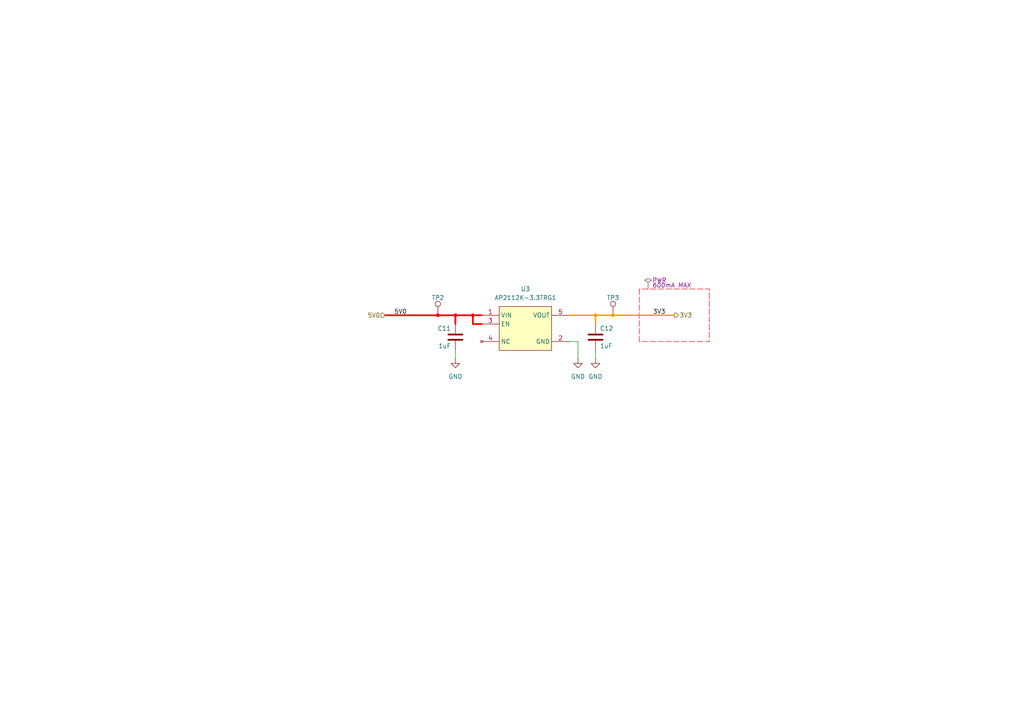
<source format=kicad_sch>
(kicad_sch (version 20250114) (generator "eeschema") (generator_version "9.0")
  (paper "A4")
  (lib_symbols
    (symbol "Connector:TestPoint" (pin_numbers (hide yes)) (pin_names (offset 0.762) (hide yes))
      (property "Reference" "TP" (at 0 6.858 0))
      (property "Value" "TestPoint" (at 0 5.08 0))
      (symbol "TestPoint_0_1"
        (circle (center 0 3.302) (radius 0.762))
      )
      (symbol "TestPoint_1_1"
        (pin passive line (at 0 0 90) (length 2.54) (name "1") (number "1"))
      )
    )
    (symbol "Device:C" (pin_numbers (hide yes)) (pin_names (offset 0.254))
      (property "Reference" "C" (at 0.635 2.54 0))
      (property "Value" "C" (at 0.635 -2.54 0))
      (symbol "C_0_1"
        (polyline (pts (xy -2.032 0.762) (xy 2.032 0.762)) (stroke (width 0.508)))
        (polyline (pts (xy -2.032 -0.762) (xy 2.032 -0.762)) (stroke (width 0.508)))
      )
      (symbol "C_1_1"
        (pin passive line (at 0 3.81 270) (length 2.794) (name "~") (number "1"))
        (pin passive line (at 0 -3.81 90) (length 2.794) (name "~") (number "2"))
      )
    )
    (symbol "library:AP2112K-3.3TRG1"
      (property "Reference" "U" (at 0 10.16 0))
      (property "Value" "AP2112K-3.3TRG1" (at 0 7.62 0))
      (symbol "AP2112K-3.3TRG1_1_1"
        (rectangle (start -7.62 5.08) (end 7.62 -7.62) (fill (type color) (color 255 255 194 1)))
        (pin power_in line (at -12.7 2.54 0) (length 5.08) (name "VIN") (number "1"))
        (pin input line (at -12.7 0 0) (length 5.08) (name "EN") (number "3"))
        (pin no_connect line (at -12.7 -5.08 0) (length 5.08) (name "NC") (number "4"))
        (pin power_out line (at 12.7 2.54 180) (length 5.08) (name "VOUT") (number "5"))
        (pin power_in line (at 12.7 -5.08 180) (length 5.08) (name "GND") (number "2"))
      )
    )
    (symbol "power:GND" (power) (pin_numbers (hide yes)) (pin_names (offset 0) (hide yes))
      (property "Value" "GND" (at 0 -3.81 0))
      (symbol "GND_0_1"
        (polyline (pts (xy 0 0) (xy 0 -1.27) (xy 1.27 -1.27) (xy 0 -2.54) (xy -1.27 -1.27) (xy 0 -1.27)))
      )
      (symbol "GND_1_1"
        (pin power_in line (at 0 0 270) (length 0) (name "~") (number "1"))
      )
    )
  )
  (junction (at 172.72 91.44) (color 255 153 0 1))
  (junction (at 177.8 91.44) (color 255 153 0 1))
  (junction (at 127 91.44) (color 255 0 0 1))
  (junction (at 137.16 91.44) (color 255 0 0 1))
  (junction (at 132.08 91.44) (color 255 0 0 1))
  (wire (pts (xy 172.72 91.44) (xy 177.8 91.44)) (stroke (width 0.381) (color 255 153 0 1)))
  (wire (pts (xy 172.72 101.6) (xy 172.72 104.14)))
  (wire (pts (xy 137.16 91.44) (xy 132.08 91.44)) (stroke (width 0.508) (color 255 0 0 1)))
  (wire (pts (xy 137.16 93.98) (xy 137.16 91.44)) (stroke (width 0.508) (color 255 0 0 1)))
  (wire (pts (xy 165.1 99.06) (xy 167.64 99.06)))
  (wire (pts (xy 111.76 91.44) (xy 127 91.44)) (stroke (width 0.508) (color 255 0 0 1)))
  (wire (pts (xy 127 91.44) (xy 132.08 91.44)) (stroke (width 0.508) (color 255 0 0 1)))
  (wire (pts (xy 139.7 93.98) (xy 137.16 93.98)) (stroke (width 0.508) (color 255 0 0 1)))
  (wire (pts (xy 132.08 91.44) (xy 132.08 93.98)) (stroke (width 0.508) (color 255 0 0 1)))
  (wire (pts (xy 167.64 99.06) (xy 167.64 104.14)))
  (wire (pts (xy 177.8 91.44) (xy 195.58 91.44)) (stroke (width 0.381) (color 255 153 0 1)))
  (wire (pts (xy 172.72 91.44) (xy 172.72 93.98)) (stroke (width 0.381) (color 255 153 0 1)))
  (wire (pts (xy 132.08 101.6) (xy 132.08 104.14)))
  (wire (pts (xy 165.1 91.44) (xy 172.72 91.44)) (stroke (width 0.381) (color 255 153 0 1)))
  (wire (pts (xy 137.16 91.44) (xy 139.7 91.44)) (stroke (width 0.508) (color 255 0 0 1)))
  (label "3V3" (at 193.04 91.44 180))
  (label "5V0" (at 114.3 91.44 0))
  (hierarchical_label "5V0" (shape input) (at 111.76 91.44 180))
  (hierarchical_label "3V3" (shape output) (at 195.58 91.44 0))
  (rule_area (polyline (pts (xy 185.42 83.82) (xy 185.42 99.06) (xy 205.74 99.06) (xy 205.74 83.82)) (stroke (width 0) (type dash))))
  (netclass_flag "" (length 2.54) (shape diamond) (at 187.96 83.82 0) (property "Netclass" "PWR" (at 189.1665 81.28 0) (effects (justify left))) (property "Component Class" "600mA MAX" (at 189.1665 82.7405 0) (effects (font (italic yes)) (justify left))))
  (symbol (lib_id "library:AP2112K-3.3TRG1") (at 152.4 93.98 0) (unit 1)
    (property "Reference" "U3" (at 152.4 83.82 0))
    (property "Value" "AP2112K-3.3TRG1" (at 152.4 86.36 0))
    (property "Footprint" "Package_TO_SOT_SMD:SOT-23-5" (effects (hide yes)))
    (property "Datasheet" "https://www.diodes.com/assets/Datasheets/AP2112.pdf" (effects (hide yes)))
    (property "Description" "IC REG LINEAR 3.3V 600MA SOT-25" (effects (hide yes)))
    (property "Manufacturer" "Diodes Incorporated" (effects (hide yes)))
    (property "Manufacturer Product Number" "AP2112K-3.3TRG1" (effects (hide yes)))
  )
  (symbol (lib_id "power:GND") (at 167.64 104.14 0) (unit 1)
    (property "Reference" "#PWR019" (effects (hide yes)))
    (property "Value" "GND" (at 167.64 109.22 0))
    (property "Description" "Power symbol creates a global label with name \"GND\" , ground" (effects (hide yes)))
  )
  (symbol (lib_id "Connector:TestPoint") (at 177.8 91.44 0) (mirror y) (unit 1) (in_bom no)
    (property "Reference" "TP3" (at 177.8 86.36 0))
    (property "Value" "TestPoint" (effects (hide yes)))
    (property "Footprint" "TestPoint:TestPoint_Pad_D2.0mm" (effects (hide yes)))
    (property "Description" "test point" (effects (hide yes)))
  )
  (symbol (lib_id "Device:C") (at 172.72 97.79 0) (unit 1)
    (property "Reference" "C12" (at 173.99 95.25 0) (effects (justify left)))
    (property "Value" "1uF" (at 173.99 100.33 0) (effects (justify left)))
    (property "Footprint" "Capacitor_SMD:C_0402_1005Metric" (effects (hide yes)))
    (property "Description" "CAP CER 1UF 6.3V X5R 0402" (effects (hide yes)))
    (property "Manufacturer" "KEMET" (effects (hide yes)))
    (property "Manufacturer Product Number" "C0402C105K9PACTU" (effects (hide yes)))
  )
  (symbol (lib_id "Connector:TestPoint") (at 127 91.44 0) (unit 1) (in_bom no)
    (property "Reference" "TP2" (at 127 86.36 0))
    (property "Value" "TestPoint" (effects (hide yes)))
    (property "Footprint" "TestPoint:TestPoint_Pad_D2.0mm" (effects (hide yes)))
    (property "Description" "test point" (effects (hide yes)))
  )
  (symbol (lib_id "power:GND") (at 132.08 104.14 0) (unit 1)
    (property "Reference" "#PWR018" (effects (hide yes)))
    (property "Value" "GND" (at 132.08 109.22 0))
    (property "Description" "Power symbol creates a global label with name \"GND\" , ground" (effects (hide yes)))
  )
  (symbol (lib_id "Device:C") (at 132.08 97.79 0) (mirror y) (unit 1)
    (property "Reference" "C11" (at 130.81 95.25 0) (effects (justify left)))
    (property "Value" "1uF" (at 130.81 100.33 0) (effects (justify left)))
    (property "Footprint" "Capacitor_SMD:C_0402_1005Metric" (effects (hide yes)))
    (property "Description" "CAP CER 1UF 6.3V X5R 0402" (effects (hide yes)))
    (property "Manufacturer" "KEMET" (effects (hide yes)))
    (property "Manufacturer Product Number" "C0402C105K9PACTU" (effects (hide yes)))
  )
  (symbol (lib_id "power:GND") (at 172.72 104.14 0) (unit 1)
    (property "Reference" "#PWR020" (effects (hide yes)))
    (property "Value" "GND" (at 172.72 109.22 0))
    (property "Description" "Power symbol creates a global label with name \"GND\" , ground" (effects (hide yes)))
  )
)
</source>
